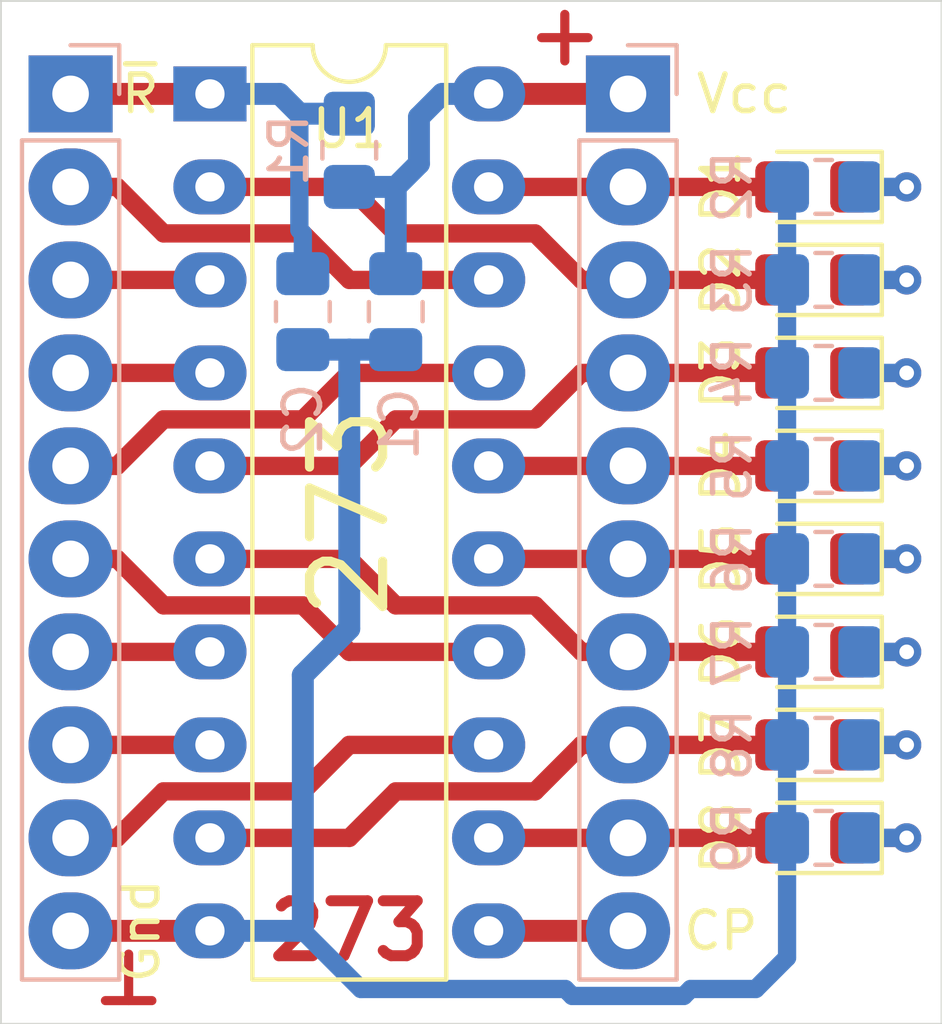
<source format=kicad_pcb>
(kicad_pcb (version 20171130) (host pcbnew "(5.1.8)-1")

  (general
    (thickness 1.6)
    (drawings 10)
    (tracks 123)
    (zones 0)
    (modules 22)
    (nets 29)
  )

  (page A4 portrait)
  (layers
    (0 F.Cu signal)
    (31 B.Cu signal)
    (32 B.Adhes user)
    (33 F.Adhes user)
    (34 B.Paste user)
    (35 F.Paste user)
    (36 B.SilkS user)
    (37 F.SilkS user)
    (38 B.Mask user)
    (39 F.Mask user)
    (40 Dwgs.User user)
    (41 Cmts.User user)
    (42 Eco1.User user)
    (43 Eco2.User user)
    (44 Edge.Cuts user)
    (45 Margin user)
    (46 B.CrtYd user)
    (47 F.CrtYd user)
    (48 B.Fab user)
    (49 F.Fab user)
  )

  (setup
    (last_trace_width 0.25)
    (user_trace_width 0.5)
    (user_trace_width 0.6)
    (trace_clearance 0.2)
    (zone_clearance 0.508)
    (zone_45_only no)
    (trace_min 0.2)
    (via_size 0.8)
    (via_drill 0.4)
    (via_min_size 0.4)
    (via_min_drill 0.3)
    (uvia_size 0.3)
    (uvia_drill 0.1)
    (uvias_allowed no)
    (uvia_min_size 0.2)
    (uvia_min_drill 0.1)
    (edge_width 0.05)
    (segment_width 0.2)
    (pcb_text_width 0.3)
    (pcb_text_size 1.5 1.5)
    (mod_edge_width 0.12)
    (mod_text_size 1 1)
    (mod_text_width 0.15)
    (pad_size 1.524 1.524)
    (pad_drill 0.762)
    (pad_to_mask_clearance 0)
    (aux_axis_origin 0 0)
    (visible_elements 7FFFFFFF)
    (pcbplotparams
      (layerselection 0x010f0_ffffffff)
      (usegerberextensions false)
      (usegerberattributes true)
      (usegerberadvancedattributes true)
      (creategerberjobfile false)
      (excludeedgelayer true)
      (linewidth 0.100000)
      (plotframeref false)
      (viasonmask false)
      (mode 1)
      (useauxorigin false)
      (hpglpennumber 1)
      (hpglpenspeed 20)
      (hpglpendiameter 15.000000)
      (psnegative false)
      (psa4output false)
      (plotreference true)
      (plotvalue true)
      (plotinvisibletext false)
      (padsonsilk false)
      (subtractmaskfromsilk false)
      (outputformat 1)
      (mirror false)
      (drillshape 0)
      (scaleselection 1)
      (outputdirectory "gerber/"))
  )

  (net 0 "")
  (net 1 /~MR)
  (net 2 /D0)
  (net 3 /D1)
  (net 4 /D2)
  (net 5 /D3)
  (net 6 /D4)
  (net 7 /D5)
  (net 8 /D6)
  (net 9 /D7)
  (net 10 /GND)
  (net 11 /CP)
  (net 12 /Q7)
  (net 13 /Q6)
  (net 14 /Q5)
  (net 15 /Q4)
  (net 16 /Q3)
  (net 17 /Q2)
  (net 18 /Q1)
  (net 19 /Q0)
  (net 20 /VCC)
  (net 21 "Net-(D1-Pad1)")
  (net 22 "Net-(D2-Pad1)")
  (net 23 "Net-(D3-Pad1)")
  (net 24 "Net-(D4-Pad1)")
  (net 25 "Net-(D5-Pad1)")
  (net 26 "Net-(D6-Pad1)")
  (net 27 "Net-(D7-Pad1)")
  (net 28 "Net-(D8-Pad1)")

  (net_class Default "This is the default net class."
    (clearance 0.2)
    (trace_width 0.25)
    (via_dia 0.8)
    (via_drill 0.4)
    (uvia_dia 0.3)
    (uvia_drill 0.1)
    (add_net /CP)
    (add_net /D0)
    (add_net /D1)
    (add_net /D2)
    (add_net /D3)
    (add_net /D4)
    (add_net /D5)
    (add_net /D6)
    (add_net /D7)
    (add_net /GND)
    (add_net /Q0)
    (add_net /Q1)
    (add_net /Q2)
    (add_net /Q3)
    (add_net /Q4)
    (add_net /Q5)
    (add_net /Q6)
    (add_net /Q7)
    (add_net /VCC)
    (add_net /~MR)
    (add_net "Net-(D1-Pad1)")
    (add_net "Net-(D2-Pad1)")
    (add_net "Net-(D3-Pad1)")
    (add_net "Net-(D4-Pad1)")
    (add_net "Net-(D5-Pad1)")
    (add_net "Net-(D6-Pad1)")
    (add_net "Net-(D7-Pad1)")
    (add_net "Net-(D8-Pad1)")
  )

  (module Resistor_SMD:R_0805_2012Metric_Pad1.20x1.40mm_HandSolder (layer B.Cu) (tedit 5F68FEEE) (tstamp 63BF9209)
    (at 92.98 53.34)
    (descr "Resistor SMD 0805 (2012 Metric), square (rectangular) end terminal, IPC_7351 nominal with elongated pad for handsoldering. (Body size source: IPC-SM-782 page 72, https://www.pcb-3d.com/wordpress/wp-content/uploads/ipc-sm-782a_amendment_1_and_2.pdf), generated with kicad-footprint-generator")
    (tags "resistor handsolder")
    (path /63C0DA66)
    (attr smd)
    (fp_text reference R9 (at -2.4925 0 90) (layer B.SilkS)
      (effects (font (size 1 1) (thickness 0.15)) (justify mirror))
    )
    (fp_text value 1k (at 0 -1.65) (layer B.Fab)
      (effects (font (size 1 1) (thickness 0.15)) (justify mirror))
    )
    (fp_line (start 1.85 -0.95) (end -1.85 -0.95) (layer B.CrtYd) (width 0.05))
    (fp_line (start 1.85 0.95) (end 1.85 -0.95) (layer B.CrtYd) (width 0.05))
    (fp_line (start -1.85 0.95) (end 1.85 0.95) (layer B.CrtYd) (width 0.05))
    (fp_line (start -1.85 -0.95) (end -1.85 0.95) (layer B.CrtYd) (width 0.05))
    (fp_line (start -0.227064 -0.735) (end 0.227064 -0.735) (layer B.SilkS) (width 0.12))
    (fp_line (start -0.227064 0.735) (end 0.227064 0.735) (layer B.SilkS) (width 0.12))
    (fp_line (start 1 -0.625) (end -1 -0.625) (layer B.Fab) (width 0.1))
    (fp_line (start 1 0.625) (end 1 -0.625) (layer B.Fab) (width 0.1))
    (fp_line (start -1 0.625) (end 1 0.625) (layer B.Fab) (width 0.1))
    (fp_line (start -1 -0.625) (end -1 0.625) (layer B.Fab) (width 0.1))
    (fp_text user %R (at 0 0) (layer B.Fab)
      (effects (font (size 0.5 0.5) (thickness 0.08)) (justify mirror))
    )
    (pad 2 smd roundrect (at 1 0) (size 1.2 1.4) (layers B.Cu B.Paste B.Mask) (roundrect_rratio 0.2083325)
      (net 28 "Net-(D8-Pad1)"))
    (pad 1 smd roundrect (at -1 0) (size 1.2 1.4) (layers B.Cu B.Paste B.Mask) (roundrect_rratio 0.2083325)
      (net 10 /GND))
    (model ${KISYS3DMOD}/Resistor_SMD.3dshapes/R_0805_2012Metric.wrl
      (at (xyz 0 0 0))
      (scale (xyz 1 1 1))
      (rotate (xyz 0 0 0))
    )
  )

  (module Resistor_SMD:R_0805_2012Metric_Pad1.20x1.40mm_HandSolder (layer B.Cu) (tedit 5F68FEEE) (tstamp 63BF91F8)
    (at 92.98 50.8)
    (descr "Resistor SMD 0805 (2012 Metric), square (rectangular) end terminal, IPC_7351 nominal with elongated pad for handsoldering. (Body size source: IPC-SM-782 page 72, https://www.pcb-3d.com/wordpress/wp-content/uploads/ipc-sm-782a_amendment_1_and_2.pdf), generated with kicad-footprint-generator")
    (tags "resistor handsolder")
    (path /63C0D0C9)
    (attr smd)
    (fp_text reference R8 (at -2.4925 0 90) (layer B.SilkS)
      (effects (font (size 1 1) (thickness 0.15)) (justify mirror))
    )
    (fp_text value 1k (at 0 -1.65) (layer B.Fab)
      (effects (font (size 1 1) (thickness 0.15)) (justify mirror))
    )
    (fp_line (start 1.85 -0.95) (end -1.85 -0.95) (layer B.CrtYd) (width 0.05))
    (fp_line (start 1.85 0.95) (end 1.85 -0.95) (layer B.CrtYd) (width 0.05))
    (fp_line (start -1.85 0.95) (end 1.85 0.95) (layer B.CrtYd) (width 0.05))
    (fp_line (start -1.85 -0.95) (end -1.85 0.95) (layer B.CrtYd) (width 0.05))
    (fp_line (start -0.227064 -0.735) (end 0.227064 -0.735) (layer B.SilkS) (width 0.12))
    (fp_line (start -0.227064 0.735) (end 0.227064 0.735) (layer B.SilkS) (width 0.12))
    (fp_line (start 1 -0.625) (end -1 -0.625) (layer B.Fab) (width 0.1))
    (fp_line (start 1 0.625) (end 1 -0.625) (layer B.Fab) (width 0.1))
    (fp_line (start -1 0.625) (end 1 0.625) (layer B.Fab) (width 0.1))
    (fp_line (start -1 -0.625) (end -1 0.625) (layer B.Fab) (width 0.1))
    (fp_text user %R (at 0 0) (layer B.Fab)
      (effects (font (size 0.5 0.5) (thickness 0.08)) (justify mirror))
    )
    (pad 2 smd roundrect (at 1 0) (size 1.2 1.4) (layers B.Cu B.Paste B.Mask) (roundrect_rratio 0.2083325)
      (net 27 "Net-(D7-Pad1)"))
    (pad 1 smd roundrect (at -1 0) (size 1.2 1.4) (layers B.Cu B.Paste B.Mask) (roundrect_rratio 0.2083325)
      (net 10 /GND))
    (model ${KISYS3DMOD}/Resistor_SMD.3dshapes/R_0805_2012Metric.wrl
      (at (xyz 0 0 0))
      (scale (xyz 1 1 1))
      (rotate (xyz 0 0 0))
    )
  )

  (module Resistor_SMD:R_0805_2012Metric_Pad1.20x1.40mm_HandSolder (layer B.Cu) (tedit 5F68FEEE) (tstamp 63BF91E7)
    (at 92.98 48.26)
    (descr "Resistor SMD 0805 (2012 Metric), square (rectangular) end terminal, IPC_7351 nominal with elongated pad for handsoldering. (Body size source: IPC-SM-782 page 72, https://www.pcb-3d.com/wordpress/wp-content/uploads/ipc-sm-782a_amendment_1_and_2.pdf), generated with kicad-footprint-generator")
    (tags "resistor handsolder")
    (path /63C0C1F2)
    (attr smd)
    (fp_text reference R7 (at -2.4925 0 90) (layer B.SilkS)
      (effects (font (size 1 1) (thickness 0.15)) (justify mirror))
    )
    (fp_text value 1k (at 0 -1.65) (layer B.Fab)
      (effects (font (size 1 1) (thickness 0.15)) (justify mirror))
    )
    (fp_line (start 1.85 -0.95) (end -1.85 -0.95) (layer B.CrtYd) (width 0.05))
    (fp_line (start 1.85 0.95) (end 1.85 -0.95) (layer B.CrtYd) (width 0.05))
    (fp_line (start -1.85 0.95) (end 1.85 0.95) (layer B.CrtYd) (width 0.05))
    (fp_line (start -1.85 -0.95) (end -1.85 0.95) (layer B.CrtYd) (width 0.05))
    (fp_line (start -0.227064 -0.735) (end 0.227064 -0.735) (layer B.SilkS) (width 0.12))
    (fp_line (start -0.227064 0.735) (end 0.227064 0.735) (layer B.SilkS) (width 0.12))
    (fp_line (start 1 -0.625) (end -1 -0.625) (layer B.Fab) (width 0.1))
    (fp_line (start 1 0.625) (end 1 -0.625) (layer B.Fab) (width 0.1))
    (fp_line (start -1 0.625) (end 1 0.625) (layer B.Fab) (width 0.1))
    (fp_line (start -1 -0.625) (end -1 0.625) (layer B.Fab) (width 0.1))
    (fp_text user %R (at 0 0) (layer B.Fab)
      (effects (font (size 0.5 0.5) (thickness 0.08)) (justify mirror))
    )
    (pad 2 smd roundrect (at 1 0) (size 1.2 1.4) (layers B.Cu B.Paste B.Mask) (roundrect_rratio 0.2083325)
      (net 26 "Net-(D6-Pad1)"))
    (pad 1 smd roundrect (at -1 0) (size 1.2 1.4) (layers B.Cu B.Paste B.Mask) (roundrect_rratio 0.2083325)
      (net 10 /GND))
    (model ${KISYS3DMOD}/Resistor_SMD.3dshapes/R_0805_2012Metric.wrl
      (at (xyz 0 0 0))
      (scale (xyz 1 1 1))
      (rotate (xyz 0 0 0))
    )
  )

  (module Resistor_SMD:R_0805_2012Metric_Pad1.20x1.40mm_HandSolder (layer B.Cu) (tedit 5F68FEEE) (tstamp 63BF91D6)
    (at 92.98 45.72)
    (descr "Resistor SMD 0805 (2012 Metric), square (rectangular) end terminal, IPC_7351 nominal with elongated pad for handsoldering. (Body size source: IPC-SM-782 page 72, https://www.pcb-3d.com/wordpress/wp-content/uploads/ipc-sm-782a_amendment_1_and_2.pdf), generated with kicad-footprint-generator")
    (tags "resistor handsolder")
    (path /63C0B670)
    (attr smd)
    (fp_text reference R6 (at -2.4925 0 90) (layer B.SilkS)
      (effects (font (size 1 1) (thickness 0.15)) (justify mirror))
    )
    (fp_text value 1k (at 0 -1.65) (layer B.Fab)
      (effects (font (size 1 1) (thickness 0.15)) (justify mirror))
    )
    (fp_line (start 1.85 -0.95) (end -1.85 -0.95) (layer B.CrtYd) (width 0.05))
    (fp_line (start 1.85 0.95) (end 1.85 -0.95) (layer B.CrtYd) (width 0.05))
    (fp_line (start -1.85 0.95) (end 1.85 0.95) (layer B.CrtYd) (width 0.05))
    (fp_line (start -1.85 -0.95) (end -1.85 0.95) (layer B.CrtYd) (width 0.05))
    (fp_line (start -0.227064 -0.735) (end 0.227064 -0.735) (layer B.SilkS) (width 0.12))
    (fp_line (start -0.227064 0.735) (end 0.227064 0.735) (layer B.SilkS) (width 0.12))
    (fp_line (start 1 -0.625) (end -1 -0.625) (layer B.Fab) (width 0.1))
    (fp_line (start 1 0.625) (end 1 -0.625) (layer B.Fab) (width 0.1))
    (fp_line (start -1 0.625) (end 1 0.625) (layer B.Fab) (width 0.1))
    (fp_line (start -1 -0.625) (end -1 0.625) (layer B.Fab) (width 0.1))
    (fp_text user %R (at 0 0) (layer B.Fab)
      (effects (font (size 0.5 0.5) (thickness 0.08)) (justify mirror))
    )
    (pad 2 smd roundrect (at 1 0) (size 1.2 1.4) (layers B.Cu B.Paste B.Mask) (roundrect_rratio 0.2083325)
      (net 25 "Net-(D5-Pad1)"))
    (pad 1 smd roundrect (at -1 0) (size 1.2 1.4) (layers B.Cu B.Paste B.Mask) (roundrect_rratio 0.2083325)
      (net 10 /GND))
    (model ${KISYS3DMOD}/Resistor_SMD.3dshapes/R_0805_2012Metric.wrl
      (at (xyz 0 0 0))
      (scale (xyz 1 1 1))
      (rotate (xyz 0 0 0))
    )
  )

  (module Resistor_SMD:R_0805_2012Metric_Pad1.20x1.40mm_HandSolder (layer B.Cu) (tedit 5F68FEEE) (tstamp 63BF91C5)
    (at 92.98 43.18)
    (descr "Resistor SMD 0805 (2012 Metric), square (rectangular) end terminal, IPC_7351 nominal with elongated pad for handsoldering. (Body size source: IPC-SM-782 page 72, https://www.pcb-3d.com/wordpress/wp-content/uploads/ipc-sm-782a_amendment_1_and_2.pdf), generated with kicad-footprint-generator")
    (tags "resistor handsolder")
    (path /63C0AB70)
    (attr smd)
    (fp_text reference R5 (at -2.4925 0 90) (layer B.SilkS)
      (effects (font (size 1 1) (thickness 0.15)) (justify mirror))
    )
    (fp_text value 1k (at 0 -1.65) (layer B.Fab)
      (effects (font (size 1 1) (thickness 0.15)) (justify mirror))
    )
    (fp_line (start 1.85 -0.95) (end -1.85 -0.95) (layer B.CrtYd) (width 0.05))
    (fp_line (start 1.85 0.95) (end 1.85 -0.95) (layer B.CrtYd) (width 0.05))
    (fp_line (start -1.85 0.95) (end 1.85 0.95) (layer B.CrtYd) (width 0.05))
    (fp_line (start -1.85 -0.95) (end -1.85 0.95) (layer B.CrtYd) (width 0.05))
    (fp_line (start -0.227064 -0.735) (end 0.227064 -0.735) (layer B.SilkS) (width 0.12))
    (fp_line (start -0.227064 0.735) (end 0.227064 0.735) (layer B.SilkS) (width 0.12))
    (fp_line (start 1 -0.625) (end -1 -0.625) (layer B.Fab) (width 0.1))
    (fp_line (start 1 0.625) (end 1 -0.625) (layer B.Fab) (width 0.1))
    (fp_line (start -1 0.625) (end 1 0.625) (layer B.Fab) (width 0.1))
    (fp_line (start -1 -0.625) (end -1 0.625) (layer B.Fab) (width 0.1))
    (fp_text user %R (at 0 0) (layer B.Fab)
      (effects (font (size 0.5 0.5) (thickness 0.08)) (justify mirror))
    )
    (pad 2 smd roundrect (at 1 0) (size 1.2 1.4) (layers B.Cu B.Paste B.Mask) (roundrect_rratio 0.2083325)
      (net 24 "Net-(D4-Pad1)"))
    (pad 1 smd roundrect (at -1 0) (size 1.2 1.4) (layers B.Cu B.Paste B.Mask) (roundrect_rratio 0.2083325)
      (net 10 /GND))
    (model ${KISYS3DMOD}/Resistor_SMD.3dshapes/R_0805_2012Metric.wrl
      (at (xyz 0 0 0))
      (scale (xyz 1 1 1))
      (rotate (xyz 0 0 0))
    )
  )

  (module Resistor_SMD:R_0805_2012Metric_Pad1.20x1.40mm_HandSolder (layer B.Cu) (tedit 5F68FEEE) (tstamp 63BF91B4)
    (at 92.98 40.64)
    (descr "Resistor SMD 0805 (2012 Metric), square (rectangular) end terminal, IPC_7351 nominal with elongated pad for handsoldering. (Body size source: IPC-SM-782 page 72, https://www.pcb-3d.com/wordpress/wp-content/uploads/ipc-sm-782a_amendment_1_and_2.pdf), generated with kicad-footprint-generator")
    (tags "resistor handsolder")
    (path /63C09EE2)
    (attr smd)
    (fp_text reference R4 (at -2.4925 0 90) (layer B.SilkS)
      (effects (font (size 1 1) (thickness 0.15)) (justify mirror))
    )
    (fp_text value 1k (at 0 -1.65) (layer B.Fab)
      (effects (font (size 1 1) (thickness 0.15)) (justify mirror))
    )
    (fp_line (start 1.85 -0.95) (end -1.85 -0.95) (layer B.CrtYd) (width 0.05))
    (fp_line (start 1.85 0.95) (end 1.85 -0.95) (layer B.CrtYd) (width 0.05))
    (fp_line (start -1.85 0.95) (end 1.85 0.95) (layer B.CrtYd) (width 0.05))
    (fp_line (start -1.85 -0.95) (end -1.85 0.95) (layer B.CrtYd) (width 0.05))
    (fp_line (start -0.227064 -0.735) (end 0.227064 -0.735) (layer B.SilkS) (width 0.12))
    (fp_line (start -0.227064 0.735) (end 0.227064 0.735) (layer B.SilkS) (width 0.12))
    (fp_line (start 1 -0.625) (end -1 -0.625) (layer B.Fab) (width 0.1))
    (fp_line (start 1 0.625) (end 1 -0.625) (layer B.Fab) (width 0.1))
    (fp_line (start -1 0.625) (end 1 0.625) (layer B.Fab) (width 0.1))
    (fp_line (start -1 -0.625) (end -1 0.625) (layer B.Fab) (width 0.1))
    (fp_text user %R (at 0 0) (layer B.Fab)
      (effects (font (size 0.5 0.5) (thickness 0.08)) (justify mirror))
    )
    (pad 2 smd roundrect (at 1 0) (size 1.2 1.4) (layers B.Cu B.Paste B.Mask) (roundrect_rratio 0.2083325)
      (net 23 "Net-(D3-Pad1)"))
    (pad 1 smd roundrect (at -1 0) (size 1.2 1.4) (layers B.Cu B.Paste B.Mask) (roundrect_rratio 0.2083325)
      (net 10 /GND))
    (model ${KISYS3DMOD}/Resistor_SMD.3dshapes/R_0805_2012Metric.wrl
      (at (xyz 0 0 0))
      (scale (xyz 1 1 1))
      (rotate (xyz 0 0 0))
    )
  )

  (module Resistor_SMD:R_0805_2012Metric_Pad1.20x1.40mm_HandSolder (layer B.Cu) (tedit 5F68FEEE) (tstamp 63BF91A3)
    (at 92.98 38.1)
    (descr "Resistor SMD 0805 (2012 Metric), square (rectangular) end terminal, IPC_7351 nominal with elongated pad for handsoldering. (Body size source: IPC-SM-782 page 72, https://www.pcb-3d.com/wordpress/wp-content/uploads/ipc-sm-782a_amendment_1_and_2.pdf), generated with kicad-footprint-generator")
    (tags "resistor handsolder")
    (path /63C09391)
    (attr smd)
    (fp_text reference R3 (at -2.4925 0 90) (layer B.SilkS)
      (effects (font (size 1 1) (thickness 0.15)) (justify mirror))
    )
    (fp_text value 1k (at 0 -1.65) (layer B.Fab)
      (effects (font (size 1 1) (thickness 0.15)) (justify mirror))
    )
    (fp_line (start 1.85 -0.95) (end -1.85 -0.95) (layer B.CrtYd) (width 0.05))
    (fp_line (start 1.85 0.95) (end 1.85 -0.95) (layer B.CrtYd) (width 0.05))
    (fp_line (start -1.85 0.95) (end 1.85 0.95) (layer B.CrtYd) (width 0.05))
    (fp_line (start -1.85 -0.95) (end -1.85 0.95) (layer B.CrtYd) (width 0.05))
    (fp_line (start -0.227064 -0.735) (end 0.227064 -0.735) (layer B.SilkS) (width 0.12))
    (fp_line (start -0.227064 0.735) (end 0.227064 0.735) (layer B.SilkS) (width 0.12))
    (fp_line (start 1 -0.625) (end -1 -0.625) (layer B.Fab) (width 0.1))
    (fp_line (start 1 0.625) (end 1 -0.625) (layer B.Fab) (width 0.1))
    (fp_line (start -1 0.625) (end 1 0.625) (layer B.Fab) (width 0.1))
    (fp_line (start -1 -0.625) (end -1 0.625) (layer B.Fab) (width 0.1))
    (fp_text user %R (at 0 0) (layer B.Fab)
      (effects (font (size 0.5 0.5) (thickness 0.08)) (justify mirror))
    )
    (pad 2 smd roundrect (at 1 0) (size 1.2 1.4) (layers B.Cu B.Paste B.Mask) (roundrect_rratio 0.2083325)
      (net 22 "Net-(D2-Pad1)"))
    (pad 1 smd roundrect (at -1 0) (size 1.2 1.4) (layers B.Cu B.Paste B.Mask) (roundrect_rratio 0.2083325)
      (net 10 /GND))
    (model ${KISYS3DMOD}/Resistor_SMD.3dshapes/R_0805_2012Metric.wrl
      (at (xyz 0 0 0))
      (scale (xyz 1 1 1))
      (rotate (xyz 0 0 0))
    )
  )

  (module Resistor_SMD:R_0805_2012Metric_Pad1.20x1.40mm_HandSolder (layer B.Cu) (tedit 5F68FEEE) (tstamp 63BF9192)
    (at 92.98 35.56)
    (descr "Resistor SMD 0805 (2012 Metric), square (rectangular) end terminal, IPC_7351 nominal with elongated pad for handsoldering. (Body size source: IPC-SM-782 page 72, https://www.pcb-3d.com/wordpress/wp-content/uploads/ipc-sm-782a_amendment_1_and_2.pdf), generated with kicad-footprint-generator")
    (tags "resistor handsolder")
    (path /63C04E1A)
    (attr smd)
    (fp_text reference R2 (at -2.4925 0 90) (layer B.SilkS)
      (effects (font (size 1 1) (thickness 0.15)) (justify mirror))
    )
    (fp_text value 1k (at 0 -1.65) (layer B.Fab)
      (effects (font (size 1 1) (thickness 0.15)) (justify mirror))
    )
    (fp_line (start 1.85 -0.95) (end -1.85 -0.95) (layer B.CrtYd) (width 0.05))
    (fp_line (start 1.85 0.95) (end 1.85 -0.95) (layer B.CrtYd) (width 0.05))
    (fp_line (start -1.85 0.95) (end 1.85 0.95) (layer B.CrtYd) (width 0.05))
    (fp_line (start -1.85 -0.95) (end -1.85 0.95) (layer B.CrtYd) (width 0.05))
    (fp_line (start -0.227064 -0.735) (end 0.227064 -0.735) (layer B.SilkS) (width 0.12))
    (fp_line (start -0.227064 0.735) (end 0.227064 0.735) (layer B.SilkS) (width 0.12))
    (fp_line (start 1 -0.625) (end -1 -0.625) (layer B.Fab) (width 0.1))
    (fp_line (start 1 0.625) (end 1 -0.625) (layer B.Fab) (width 0.1))
    (fp_line (start -1 0.625) (end 1 0.625) (layer B.Fab) (width 0.1))
    (fp_line (start -1 -0.625) (end -1 0.625) (layer B.Fab) (width 0.1))
    (fp_text user %R (at 0 0) (layer B.Fab)
      (effects (font (size 0.5 0.5) (thickness 0.08)) (justify mirror))
    )
    (pad 2 smd roundrect (at 1 0) (size 1.2 1.4) (layers B.Cu B.Paste B.Mask) (roundrect_rratio 0.2083325)
      (net 21 "Net-(D1-Pad1)"))
    (pad 1 smd roundrect (at -1 0) (size 1.2 1.4) (layers B.Cu B.Paste B.Mask) (roundrect_rratio 0.2083325)
      (net 10 /GND))
    (model ${KISYS3DMOD}/Resistor_SMD.3dshapes/R_0805_2012Metric.wrl
      (at (xyz 0 0 0))
      (scale (xyz 1 1 1))
      (rotate (xyz 0 0 0))
    )
  )

  (module LED_SMD:LED_0805_2012Metric_Pad1.15x1.40mm_HandSolder (layer F.Cu) (tedit 5F68FEF1) (tstamp 63BF90ED)
    (at 92.71 53.34 180)
    (descr "LED SMD 0805 (2012 Metric), square (rectangular) end terminal, IPC_7351 nominal, (Body size source: https://docs.google.com/spreadsheets/d/1BsfQQcO9C6DZCsRaXUlFlo91Tg2WpOkGARC1WS5S8t0/edit?usp=sharing), generated with kicad-footprint-generator")
    (tags "LED handsolder")
    (path /63C0DA60)
    (attr smd)
    (fp_text reference D8 (at 2.54 0 90) (layer F.SilkS)
      (effects (font (size 1 1) (thickness 0.15)))
    )
    (fp_text value LED (at 0 1.65) (layer F.Fab)
      (effects (font (size 1 1) (thickness 0.15)))
    )
    (fp_line (start 1.85 0.95) (end -1.85 0.95) (layer F.CrtYd) (width 0.05))
    (fp_line (start 1.85 -0.95) (end 1.85 0.95) (layer F.CrtYd) (width 0.05))
    (fp_line (start -1.85 -0.95) (end 1.85 -0.95) (layer F.CrtYd) (width 0.05))
    (fp_line (start -1.85 0.95) (end -1.85 -0.95) (layer F.CrtYd) (width 0.05))
    (fp_line (start -1.86 0.96) (end 1 0.96) (layer F.SilkS) (width 0.12))
    (fp_line (start -1.86 -0.96) (end -1.86 0.96) (layer F.SilkS) (width 0.12))
    (fp_line (start 1 -0.96) (end -1.86 -0.96) (layer F.SilkS) (width 0.12))
    (fp_line (start 1 0.6) (end 1 -0.6) (layer F.Fab) (width 0.1))
    (fp_line (start -1 0.6) (end 1 0.6) (layer F.Fab) (width 0.1))
    (fp_line (start -1 -0.3) (end -1 0.6) (layer F.Fab) (width 0.1))
    (fp_line (start -0.7 -0.6) (end -1 -0.3) (layer F.Fab) (width 0.1))
    (fp_line (start 1 -0.6) (end -0.7 -0.6) (layer F.Fab) (width 0.1))
    (fp_text user %R (at 0 0) (layer F.Fab)
      (effects (font (size 0.5 0.5) (thickness 0.08)))
    )
    (pad 2 smd roundrect (at 1.025 0 180) (size 1.15 1.4) (layers F.Cu F.Paste F.Mask) (roundrect_rratio 0.2173904347826087)
      (net 12 /Q7))
    (pad 1 smd roundrect (at -1.025 0 180) (size 1.15 1.4) (layers F.Cu F.Paste F.Mask) (roundrect_rratio 0.2173904347826087)
      (net 28 "Net-(D8-Pad1)"))
    (model ${KISYS3DMOD}/LED_SMD.3dshapes/LED_0805_2012Metric.wrl
      (at (xyz 0 0 0))
      (scale (xyz 1 1 1))
      (rotate (xyz 0 0 0))
    )
  )

  (module LED_SMD:LED_0805_2012Metric_Pad1.15x1.40mm_HandSolder (layer F.Cu) (tedit 5F68FEF1) (tstamp 63BF90DA)
    (at 92.71 50.8 180)
    (descr "LED SMD 0805 (2012 Metric), square (rectangular) end terminal, IPC_7351 nominal, (Body size source: https://docs.google.com/spreadsheets/d/1BsfQQcO9C6DZCsRaXUlFlo91Tg2WpOkGARC1WS5S8t0/edit?usp=sharing), generated with kicad-footprint-generator")
    (tags "LED handsolder")
    (path /63C0D0C3)
    (attr smd)
    (fp_text reference D7 (at 2.54 0 90) (layer F.SilkS)
      (effects (font (size 1 1) (thickness 0.15)))
    )
    (fp_text value LED (at 0 1.65) (layer F.Fab)
      (effects (font (size 1 1) (thickness 0.15)))
    )
    (fp_line (start 1.85 0.95) (end -1.85 0.95) (layer F.CrtYd) (width 0.05))
    (fp_line (start 1.85 -0.95) (end 1.85 0.95) (layer F.CrtYd) (width 0.05))
    (fp_line (start -1.85 -0.95) (end 1.85 -0.95) (layer F.CrtYd) (width 0.05))
    (fp_line (start -1.85 0.95) (end -1.85 -0.95) (layer F.CrtYd) (width 0.05))
    (fp_line (start -1.86 0.96) (end 1 0.96) (layer F.SilkS) (width 0.12))
    (fp_line (start -1.86 -0.96) (end -1.86 0.96) (layer F.SilkS) (width 0.12))
    (fp_line (start 1 -0.96) (end -1.86 -0.96) (layer F.SilkS) (width 0.12))
    (fp_line (start 1 0.6) (end 1 -0.6) (layer F.Fab) (width 0.1))
    (fp_line (start -1 0.6) (end 1 0.6) (layer F.Fab) (width 0.1))
    (fp_line (start -1 -0.3) (end -1 0.6) (layer F.Fab) (width 0.1))
    (fp_line (start -0.7 -0.6) (end -1 -0.3) (layer F.Fab) (width 0.1))
    (fp_line (start 1 -0.6) (end -0.7 -0.6) (layer F.Fab) (width 0.1))
    (fp_text user %R (at 0 0) (layer F.Fab)
      (effects (font (size 0.5 0.5) (thickness 0.08)))
    )
    (pad 2 smd roundrect (at 1.025 0 180) (size 1.15 1.4) (layers F.Cu F.Paste F.Mask) (roundrect_rratio 0.2173904347826087)
      (net 13 /Q6))
    (pad 1 smd roundrect (at -1.025 0 180) (size 1.15 1.4) (layers F.Cu F.Paste F.Mask) (roundrect_rratio 0.2173904347826087)
      (net 27 "Net-(D7-Pad1)"))
    (model ${KISYS3DMOD}/LED_SMD.3dshapes/LED_0805_2012Metric.wrl
      (at (xyz 0 0 0))
      (scale (xyz 1 1 1))
      (rotate (xyz 0 0 0))
    )
  )

  (module LED_SMD:LED_0805_2012Metric_Pad1.15x1.40mm_HandSolder (layer F.Cu) (tedit 5F68FEF1) (tstamp 63BF90C7)
    (at 92.71 48.26 180)
    (descr "LED SMD 0805 (2012 Metric), square (rectangular) end terminal, IPC_7351 nominal, (Body size source: https://docs.google.com/spreadsheets/d/1BsfQQcO9C6DZCsRaXUlFlo91Tg2WpOkGARC1WS5S8t0/edit?usp=sharing), generated with kicad-footprint-generator")
    (tags "LED handsolder")
    (path /63C0C1EC)
    (attr smd)
    (fp_text reference D6 (at 2.54 0 90) (layer F.SilkS)
      (effects (font (size 1 1) (thickness 0.15)))
    )
    (fp_text value LED (at 0 1.65) (layer F.Fab)
      (effects (font (size 1 1) (thickness 0.15)))
    )
    (fp_line (start 1.85 0.95) (end -1.85 0.95) (layer F.CrtYd) (width 0.05))
    (fp_line (start 1.85 -0.95) (end 1.85 0.95) (layer F.CrtYd) (width 0.05))
    (fp_line (start -1.85 -0.95) (end 1.85 -0.95) (layer F.CrtYd) (width 0.05))
    (fp_line (start -1.85 0.95) (end -1.85 -0.95) (layer F.CrtYd) (width 0.05))
    (fp_line (start -1.86 0.96) (end 1 0.96) (layer F.SilkS) (width 0.12))
    (fp_line (start -1.86 -0.96) (end -1.86 0.96) (layer F.SilkS) (width 0.12))
    (fp_line (start 1 -0.96) (end -1.86 -0.96) (layer F.SilkS) (width 0.12))
    (fp_line (start 1 0.6) (end 1 -0.6) (layer F.Fab) (width 0.1))
    (fp_line (start -1 0.6) (end 1 0.6) (layer F.Fab) (width 0.1))
    (fp_line (start -1 -0.3) (end -1 0.6) (layer F.Fab) (width 0.1))
    (fp_line (start -0.7 -0.6) (end -1 -0.3) (layer F.Fab) (width 0.1))
    (fp_line (start 1 -0.6) (end -0.7 -0.6) (layer F.Fab) (width 0.1))
    (fp_text user %R (at 0 0) (layer F.Fab)
      (effects (font (size 0.5 0.5) (thickness 0.08)))
    )
    (pad 2 smd roundrect (at 1.025 0 180) (size 1.15 1.4) (layers F.Cu F.Paste F.Mask) (roundrect_rratio 0.2173904347826087)
      (net 14 /Q5))
    (pad 1 smd roundrect (at -1.025 0 180) (size 1.15 1.4) (layers F.Cu F.Paste F.Mask) (roundrect_rratio 0.2173904347826087)
      (net 26 "Net-(D6-Pad1)"))
    (model ${KISYS3DMOD}/LED_SMD.3dshapes/LED_0805_2012Metric.wrl
      (at (xyz 0 0 0))
      (scale (xyz 1 1 1))
      (rotate (xyz 0 0 0))
    )
  )

  (module LED_SMD:LED_0805_2012Metric_Pad1.15x1.40mm_HandSolder (layer F.Cu) (tedit 5F68FEF1) (tstamp 63BF90B4)
    (at 92.71 45.72 180)
    (descr "LED SMD 0805 (2012 Metric), square (rectangular) end terminal, IPC_7351 nominal, (Body size source: https://docs.google.com/spreadsheets/d/1BsfQQcO9C6DZCsRaXUlFlo91Tg2WpOkGARC1WS5S8t0/edit?usp=sharing), generated with kicad-footprint-generator")
    (tags "LED handsolder")
    (path /63C0B66A)
    (attr smd)
    (fp_text reference D5 (at 2.54 0 90) (layer F.SilkS)
      (effects (font (size 1 1) (thickness 0.15)))
    )
    (fp_text value LED (at 0 1.65) (layer F.Fab)
      (effects (font (size 1 1) (thickness 0.15)))
    )
    (fp_line (start 1.85 0.95) (end -1.85 0.95) (layer F.CrtYd) (width 0.05))
    (fp_line (start 1.85 -0.95) (end 1.85 0.95) (layer F.CrtYd) (width 0.05))
    (fp_line (start -1.85 -0.95) (end 1.85 -0.95) (layer F.CrtYd) (width 0.05))
    (fp_line (start -1.85 0.95) (end -1.85 -0.95) (layer F.CrtYd) (width 0.05))
    (fp_line (start -1.86 0.96) (end 1 0.96) (layer F.SilkS) (width 0.12))
    (fp_line (start -1.86 -0.96) (end -1.86 0.96) (layer F.SilkS) (width 0.12))
    (fp_line (start 1 -0.96) (end -1.86 -0.96) (layer F.SilkS) (width 0.12))
    (fp_line (start 1 0.6) (end 1 -0.6) (layer F.Fab) (width 0.1))
    (fp_line (start -1 0.6) (end 1 0.6) (layer F.Fab) (width 0.1))
    (fp_line (start -1 -0.3) (end -1 0.6) (layer F.Fab) (width 0.1))
    (fp_line (start -0.7 -0.6) (end -1 -0.3) (layer F.Fab) (width 0.1))
    (fp_line (start 1 -0.6) (end -0.7 -0.6) (layer F.Fab) (width 0.1))
    (fp_text user %R (at 0 0) (layer F.Fab)
      (effects (font (size 0.5 0.5) (thickness 0.08)))
    )
    (pad 2 smd roundrect (at 1.025 0 180) (size 1.15 1.4) (layers F.Cu F.Paste F.Mask) (roundrect_rratio 0.2173904347826087)
      (net 15 /Q4))
    (pad 1 smd roundrect (at -1.025 0 180) (size 1.15 1.4) (layers F.Cu F.Paste F.Mask) (roundrect_rratio 0.2173904347826087)
      (net 25 "Net-(D5-Pad1)"))
    (model ${KISYS3DMOD}/LED_SMD.3dshapes/LED_0805_2012Metric.wrl
      (at (xyz 0 0 0))
      (scale (xyz 1 1 1))
      (rotate (xyz 0 0 0))
    )
  )

  (module LED_SMD:LED_0805_2012Metric_Pad1.15x1.40mm_HandSolder (layer F.Cu) (tedit 5F68FEF1) (tstamp 63BF90A1)
    (at 92.71 43.18 180)
    (descr "LED SMD 0805 (2012 Metric), square (rectangular) end terminal, IPC_7351 nominal, (Body size source: https://docs.google.com/spreadsheets/d/1BsfQQcO9C6DZCsRaXUlFlo91Tg2WpOkGARC1WS5S8t0/edit?usp=sharing), generated with kicad-footprint-generator")
    (tags "LED handsolder")
    (path /63C0AB6A)
    (attr smd)
    (fp_text reference D4 (at 2.54 0 90) (layer F.SilkS)
      (effects (font (size 1 1) (thickness 0.15)))
    )
    (fp_text value LED (at 0 1.65) (layer F.Fab)
      (effects (font (size 1 1) (thickness 0.15)))
    )
    (fp_line (start 1.85 0.95) (end -1.85 0.95) (layer F.CrtYd) (width 0.05))
    (fp_line (start 1.85 -0.95) (end 1.85 0.95) (layer F.CrtYd) (width 0.05))
    (fp_line (start -1.85 -0.95) (end 1.85 -0.95) (layer F.CrtYd) (width 0.05))
    (fp_line (start -1.85 0.95) (end -1.85 -0.95) (layer F.CrtYd) (width 0.05))
    (fp_line (start -1.86 0.96) (end 1 0.96) (layer F.SilkS) (width 0.12))
    (fp_line (start -1.86 -0.96) (end -1.86 0.96) (layer F.SilkS) (width 0.12))
    (fp_line (start 1 -0.96) (end -1.86 -0.96) (layer F.SilkS) (width 0.12))
    (fp_line (start 1 0.6) (end 1 -0.6) (layer F.Fab) (width 0.1))
    (fp_line (start -1 0.6) (end 1 0.6) (layer F.Fab) (width 0.1))
    (fp_line (start -1 -0.3) (end -1 0.6) (layer F.Fab) (width 0.1))
    (fp_line (start -0.7 -0.6) (end -1 -0.3) (layer F.Fab) (width 0.1))
    (fp_line (start 1 -0.6) (end -0.7 -0.6) (layer F.Fab) (width 0.1))
    (fp_text user %R (at 0 0) (layer F.Fab)
      (effects (font (size 0.5 0.5) (thickness 0.08)))
    )
    (pad 2 smd roundrect (at 1.025 0 180) (size 1.15 1.4) (layers F.Cu F.Paste F.Mask) (roundrect_rratio 0.2173904347826087)
      (net 16 /Q3))
    (pad 1 smd roundrect (at -1.025 0 180) (size 1.15 1.4) (layers F.Cu F.Paste F.Mask) (roundrect_rratio 0.2173904347826087)
      (net 24 "Net-(D4-Pad1)"))
    (model ${KISYS3DMOD}/LED_SMD.3dshapes/LED_0805_2012Metric.wrl
      (at (xyz 0 0 0))
      (scale (xyz 1 1 1))
      (rotate (xyz 0 0 0))
    )
  )

  (module LED_SMD:LED_0805_2012Metric_Pad1.15x1.40mm_HandSolder (layer F.Cu) (tedit 5F68FEF1) (tstamp 63BF908E)
    (at 92.71 40.64 180)
    (descr "LED SMD 0805 (2012 Metric), square (rectangular) end terminal, IPC_7351 nominal, (Body size source: https://docs.google.com/spreadsheets/d/1BsfQQcO9C6DZCsRaXUlFlo91Tg2WpOkGARC1WS5S8t0/edit?usp=sharing), generated with kicad-footprint-generator")
    (tags "LED handsolder")
    (path /63C09EDC)
    (attr smd)
    (fp_text reference D3 (at 2.54 0 90) (layer F.SilkS)
      (effects (font (size 1 1) (thickness 0.15)))
    )
    (fp_text value LED (at 0 1.65) (layer F.Fab)
      (effects (font (size 1 1) (thickness 0.15)))
    )
    (fp_line (start 1.85 0.95) (end -1.85 0.95) (layer F.CrtYd) (width 0.05))
    (fp_line (start 1.85 -0.95) (end 1.85 0.95) (layer F.CrtYd) (width 0.05))
    (fp_line (start -1.85 -0.95) (end 1.85 -0.95) (layer F.CrtYd) (width 0.05))
    (fp_line (start -1.85 0.95) (end -1.85 -0.95) (layer F.CrtYd) (width 0.05))
    (fp_line (start -1.86 0.96) (end 1 0.96) (layer F.SilkS) (width 0.12))
    (fp_line (start -1.86 -0.96) (end -1.86 0.96) (layer F.SilkS) (width 0.12))
    (fp_line (start 1 -0.96) (end -1.86 -0.96) (layer F.SilkS) (width 0.12))
    (fp_line (start 1 0.6) (end 1 -0.6) (layer F.Fab) (width 0.1))
    (fp_line (start -1 0.6) (end 1 0.6) (layer F.Fab) (width 0.1))
    (fp_line (start -1 -0.3) (end -1 0.6) (layer F.Fab) (width 0.1))
    (fp_line (start -0.7 -0.6) (end -1 -0.3) (layer F.Fab) (width 0.1))
    (fp_line (start 1 -0.6) (end -0.7 -0.6) (layer F.Fab) (width 0.1))
    (fp_text user %R (at 0 0) (layer F.Fab)
      (effects (font (size 0.5 0.5) (thickness 0.08)))
    )
    (pad 2 smd roundrect (at 1.025 0 180) (size 1.15 1.4) (layers F.Cu F.Paste F.Mask) (roundrect_rratio 0.2173904347826087)
      (net 17 /Q2))
    (pad 1 smd roundrect (at -1.025 0 180) (size 1.15 1.4) (layers F.Cu F.Paste F.Mask) (roundrect_rratio 0.2173904347826087)
      (net 23 "Net-(D3-Pad1)"))
    (model ${KISYS3DMOD}/LED_SMD.3dshapes/LED_0805_2012Metric.wrl
      (at (xyz 0 0 0))
      (scale (xyz 1 1 1))
      (rotate (xyz 0 0 0))
    )
  )

  (module LED_SMD:LED_0805_2012Metric_Pad1.15x1.40mm_HandSolder (layer F.Cu) (tedit 5F68FEF1) (tstamp 63BF907B)
    (at 92.71 38.1 180)
    (descr "LED SMD 0805 (2012 Metric), square (rectangular) end terminal, IPC_7351 nominal, (Body size source: https://docs.google.com/spreadsheets/d/1BsfQQcO9C6DZCsRaXUlFlo91Tg2WpOkGARC1WS5S8t0/edit?usp=sharing), generated with kicad-footprint-generator")
    (tags "LED handsolder")
    (path /63C0938B)
    (attr smd)
    (fp_text reference D2 (at 2.54 0 90) (layer F.SilkS)
      (effects (font (size 1 1) (thickness 0.15)))
    )
    (fp_text value LED (at 0 1.65) (layer F.Fab)
      (effects (font (size 1 1) (thickness 0.15)))
    )
    (fp_line (start 1.85 0.95) (end -1.85 0.95) (layer F.CrtYd) (width 0.05))
    (fp_line (start 1.85 -0.95) (end 1.85 0.95) (layer F.CrtYd) (width 0.05))
    (fp_line (start -1.85 -0.95) (end 1.85 -0.95) (layer F.CrtYd) (width 0.05))
    (fp_line (start -1.85 0.95) (end -1.85 -0.95) (layer F.CrtYd) (width 0.05))
    (fp_line (start -1.86 0.96) (end 1 0.96) (layer F.SilkS) (width 0.12))
    (fp_line (start -1.86 -0.96) (end -1.86 0.96) (layer F.SilkS) (width 0.12))
    (fp_line (start 1 -0.96) (end -1.86 -0.96) (layer F.SilkS) (width 0.12))
    (fp_line (start 1 0.6) (end 1 -0.6) (layer F.Fab) (width 0.1))
    (fp_line (start -1 0.6) (end 1 0.6) (layer F.Fab) (width 0.1))
    (fp_line (start -1 -0.3) (end -1 0.6) (layer F.Fab) (width 0.1))
    (fp_line (start -0.7 -0.6) (end -1 -0.3) (layer F.Fab) (width 0.1))
    (fp_line (start 1 -0.6) (end -0.7 -0.6) (layer F.Fab) (width 0.1))
    (fp_text user %R (at 0 0) (layer F.Fab)
      (effects (font (size 0.5 0.5) (thickness 0.08)))
    )
    (pad 2 smd roundrect (at 1.025 0 180) (size 1.15 1.4) (layers F.Cu F.Paste F.Mask) (roundrect_rratio 0.2173904347826087)
      (net 18 /Q1))
    (pad 1 smd roundrect (at -1.025 0 180) (size 1.15 1.4) (layers F.Cu F.Paste F.Mask) (roundrect_rratio 0.2173904347826087)
      (net 22 "Net-(D2-Pad1)"))
    (model ${KISYS3DMOD}/LED_SMD.3dshapes/LED_0805_2012Metric.wrl
      (at (xyz 0 0 0))
      (scale (xyz 1 1 1))
      (rotate (xyz 0 0 0))
    )
  )

  (module LED_SMD:LED_0805_2012Metric_Pad1.15x1.40mm_HandSolder (layer F.Cu) (tedit 5F68FEF1) (tstamp 63BF9068)
    (at 92.71 35.56 180)
    (descr "LED SMD 0805 (2012 Metric), square (rectangular) end terminal, IPC_7351 nominal, (Body size source: https://docs.google.com/spreadsheets/d/1BsfQQcO9C6DZCsRaXUlFlo91Tg2WpOkGARC1WS5S8t0/edit?usp=sharing), generated with kicad-footprint-generator")
    (tags "LED handsolder")
    (path /63C039D3)
    (attr smd)
    (fp_text reference D1 (at 2.54 0 90) (layer F.SilkS)
      (effects (font (size 1 1) (thickness 0.15)))
    )
    (fp_text value LED (at 0 1.65) (layer F.Fab)
      (effects (font (size 1 1) (thickness 0.15)))
    )
    (fp_line (start 1.85 0.95) (end -1.85 0.95) (layer F.CrtYd) (width 0.05))
    (fp_line (start 1.85 -0.95) (end 1.85 0.95) (layer F.CrtYd) (width 0.05))
    (fp_line (start -1.85 -0.95) (end 1.85 -0.95) (layer F.CrtYd) (width 0.05))
    (fp_line (start -1.85 0.95) (end -1.85 -0.95) (layer F.CrtYd) (width 0.05))
    (fp_line (start -1.86 0.96) (end 1 0.96) (layer F.SilkS) (width 0.12))
    (fp_line (start -1.86 -0.96) (end -1.86 0.96) (layer F.SilkS) (width 0.12))
    (fp_line (start 1 -0.96) (end -1.86 -0.96) (layer F.SilkS) (width 0.12))
    (fp_line (start 1 0.6) (end 1 -0.6) (layer F.Fab) (width 0.1))
    (fp_line (start -1 0.6) (end 1 0.6) (layer F.Fab) (width 0.1))
    (fp_line (start -1 -0.3) (end -1 0.6) (layer F.Fab) (width 0.1))
    (fp_line (start -0.7 -0.6) (end -1 -0.3) (layer F.Fab) (width 0.1))
    (fp_line (start 1 -0.6) (end -0.7 -0.6) (layer F.Fab) (width 0.1))
    (fp_text user %R (at 0 0) (layer F.Fab)
      (effects (font (size 0.5 0.5) (thickness 0.08)))
    )
    (pad 2 smd roundrect (at 1.025 0 180) (size 1.15 1.4) (layers F.Cu F.Paste F.Mask) (roundrect_rratio 0.2173904347826087)
      (net 19 /Q0))
    (pad 1 smd roundrect (at -1.025 0 180) (size 1.15 1.4) (layers F.Cu F.Paste F.Mask) (roundrect_rratio 0.2173904347826087)
      (net 21 "Net-(D1-Pad1)"))
    (model ${KISYS3DMOD}/LED_SMD.3dshapes/LED_0805_2012Metric.wrl
      (at (xyz 0 0 0))
      (scale (xyz 1 1 1))
      (rotate (xyz 0 0 0))
    )
  )

  (module Capacitor_SMD:C_0805_2012Metric_Pad1.18x1.45mm_HandSolder (layer B.Cu) (tedit 5F68FEEF) (tstamp 63BF9055)
    (at 78.74 38.9675 270)
    (descr "Capacitor SMD 0805 (2012 Metric), square (rectangular) end terminal, IPC_7351 nominal with elongated pad for handsoldering. (Body size source: IPC-SM-782 page 76, https://www.pcb-3d.com/wordpress/wp-content/uploads/ipc-sm-782a_amendment_1_and_2.pdf, https://docs.google.com/spreadsheets/d/1BsfQQcO9C6DZCsRaXUlFlo91Tg2WpOkGARC1WS5S8t0/edit?usp=sharing), generated with kicad-footprint-generator")
    (tags "capacitor handsolder")
    (path /63C0E7BA)
    (attr smd)
    (fp_text reference C2 (at 2.9425 0 90) (layer B.SilkS)
      (effects (font (size 1 1) (thickness 0.15)) (justify mirror))
    )
    (fp_text value 0.1uF (at 0 -1.68 90) (layer B.Fab)
      (effects (font (size 1 1) (thickness 0.15)) (justify mirror))
    )
    (fp_line (start 1.88 -0.98) (end -1.88 -0.98) (layer B.CrtYd) (width 0.05))
    (fp_line (start 1.88 0.98) (end 1.88 -0.98) (layer B.CrtYd) (width 0.05))
    (fp_line (start -1.88 0.98) (end 1.88 0.98) (layer B.CrtYd) (width 0.05))
    (fp_line (start -1.88 -0.98) (end -1.88 0.98) (layer B.CrtYd) (width 0.05))
    (fp_line (start -0.261252 -0.735) (end 0.261252 -0.735) (layer B.SilkS) (width 0.12))
    (fp_line (start -0.261252 0.735) (end 0.261252 0.735) (layer B.SilkS) (width 0.12))
    (fp_line (start 1 -0.625) (end -1 -0.625) (layer B.Fab) (width 0.1))
    (fp_line (start 1 0.625) (end 1 -0.625) (layer B.Fab) (width 0.1))
    (fp_line (start -1 0.625) (end 1 0.625) (layer B.Fab) (width 0.1))
    (fp_line (start -1 -0.625) (end -1 0.625) (layer B.Fab) (width 0.1))
    (fp_text user %R (at 0 0 90) (layer B.Fab)
      (effects (font (size 0.5 0.5) (thickness 0.08)) (justify mirror))
    )
    (pad 2 smd roundrect (at 1.0375 0 270) (size 1.175 1.45) (layers B.Cu B.Paste B.Mask) (roundrect_rratio 0.2127659574468085)
      (net 10 /GND))
    (pad 1 smd roundrect (at -1.0375 0 270) (size 1.175 1.45) (layers B.Cu B.Paste B.Mask) (roundrect_rratio 0.2127659574468085)
      (net 1 /~MR))
    (model ${KISYS3DMOD}/Capacitor_SMD.3dshapes/C_0805_2012Metric.wrl
      (at (xyz 0 0 0))
      (scale (xyz 1 1 1))
      (rotate (xyz 0 0 0))
    )
  )

  (module Resistor_SMD:R_0805_2012Metric_Pad1.20x1.40mm_HandSolder (layer B.Cu) (tedit 5F68FEEE) (tstamp 63A62D02)
    (at 80.01 34.56 270)
    (descr "Resistor SMD 0805 (2012 Metric), square (rectangular) end terminal, IPC_7351 nominal with elongated pad for handsoldering. (Body size source: IPC-SM-782 page 72, https://www.pcb-3d.com/wordpress/wp-content/uploads/ipc-sm-782a_amendment_1_and_2.pdf), generated with kicad-footprint-generator")
    (tags "resistor handsolder")
    (path /63A6AC8F)
    (attr smd)
    (fp_text reference R1 (at 0 1.65 90) (layer B.SilkS)
      (effects (font (size 1 1) (thickness 0.15)) (justify mirror))
    )
    (fp_text value 10k (at 0 -1.65 90) (layer B.Fab)
      (effects (font (size 1 1) (thickness 0.15)) (justify mirror))
    )
    (fp_line (start -1 -0.625) (end -1 0.625) (layer B.Fab) (width 0.1))
    (fp_line (start -1 0.625) (end 1 0.625) (layer B.Fab) (width 0.1))
    (fp_line (start 1 0.625) (end 1 -0.625) (layer B.Fab) (width 0.1))
    (fp_line (start 1 -0.625) (end -1 -0.625) (layer B.Fab) (width 0.1))
    (fp_line (start -0.227064 0.735) (end 0.227064 0.735) (layer B.SilkS) (width 0.12))
    (fp_line (start -0.227064 -0.735) (end 0.227064 -0.735) (layer B.SilkS) (width 0.12))
    (fp_line (start -1.85 -0.95) (end -1.85 0.95) (layer B.CrtYd) (width 0.05))
    (fp_line (start -1.85 0.95) (end 1.85 0.95) (layer B.CrtYd) (width 0.05))
    (fp_line (start 1.85 0.95) (end 1.85 -0.95) (layer B.CrtYd) (width 0.05))
    (fp_line (start 1.85 -0.95) (end -1.85 -0.95) (layer B.CrtYd) (width 0.05))
    (fp_text user %R (at 0 0 90) (layer B.Fab)
      (effects (font (size 0.5 0.5) (thickness 0.08)) (justify mirror))
    )
    (pad 2 smd roundrect (at 1 0 270) (size 1.2 1.4) (layers B.Cu B.Paste B.Mask) (roundrect_rratio 0.2083325)
      (net 20 /VCC))
    (pad 1 smd roundrect (at -1 0 270) (size 1.2 1.4) (layers B.Cu B.Paste B.Mask) (roundrect_rratio 0.2083325)
      (net 1 /~MR))
    (model ${KISYS3DMOD}/Resistor_SMD.3dshapes/R_0805_2012Metric.wrl
      (at (xyz 0 0 0))
      (scale (xyz 1 1 1))
      (rotate (xyz 0 0 0))
    )
  )

  (module Capacitor_SMD:C_0805_2012Metric_Pad1.18x1.45mm_HandSolder (layer B.Cu) (tedit 5F68FEEF) (tstamp 63A62C7D)
    (at 81.28 38.9675 270)
    (descr "Capacitor SMD 0805 (2012 Metric), square (rectangular) end terminal, IPC_7351 nominal with elongated pad for handsoldering. (Body size source: IPC-SM-782 page 76, https://www.pcb-3d.com/wordpress/wp-content/uploads/ipc-sm-782a_amendment_1_and_2.pdf, https://docs.google.com/spreadsheets/d/1BsfQQcO9C6DZCsRaXUlFlo91Tg2WpOkGARC1WS5S8t0/edit?usp=sharing), generated with kicad-footprint-generator")
    (tags "capacitor handsolder")
    (path /63A69FDC)
    (attr smd)
    (fp_text reference C1 (at 3.0695 -0.1016 90) (layer B.SilkS)
      (effects (font (size 1 1) (thickness 0.15)) (justify mirror))
    )
    (fp_text value 0.1uF (at 0 -1.68 90) (layer B.Fab)
      (effects (font (size 1 1) (thickness 0.15)) (justify mirror))
    )
    (fp_line (start -1 -0.625) (end -1 0.625) (layer B.Fab) (width 0.1))
    (fp_line (start -1 0.625) (end 1 0.625) (layer B.Fab) (width 0.1))
    (fp_line (start 1 0.625) (end 1 -0.625) (layer B.Fab) (width 0.1))
    (fp_line (start 1 -0.625) (end -1 -0.625) (layer B.Fab) (width 0.1))
    (fp_line (start -0.261252 0.735) (end 0.261252 0.735) (layer B.SilkS) (width 0.12))
    (fp_line (start -0.261252 -0.735) (end 0.261252 -0.735) (layer B.SilkS) (width 0.12))
    (fp_line (start -1.88 -0.98) (end -1.88 0.98) (layer B.CrtYd) (width 0.05))
    (fp_line (start -1.88 0.98) (end 1.88 0.98) (layer B.CrtYd) (width 0.05))
    (fp_line (start 1.88 0.98) (end 1.88 -0.98) (layer B.CrtYd) (width 0.05))
    (fp_line (start 1.88 -0.98) (end -1.88 -0.98) (layer B.CrtYd) (width 0.05))
    (fp_text user %R (at 0 0 90) (layer B.Fab)
      (effects (font (size 0.5 0.5) (thickness 0.08)) (justify mirror))
    )
    (pad 2 smd roundrect (at 1.0375 0 270) (size 1.175 1.45) (layers B.Cu B.Paste B.Mask) (roundrect_rratio 0.2127659574468085)
      (net 10 /GND))
    (pad 1 smd roundrect (at -1.0375 0 270) (size 1.175 1.45) (layers B.Cu B.Paste B.Mask) (roundrect_rratio 0.2127659574468085)
      (net 20 /VCC))
    (model ${KISYS3DMOD}/Capacitor_SMD.3dshapes/C_0805_2012Metric.wrl
      (at (xyz 0 0 0))
      (scale (xyz 1 1 1))
      (rotate (xyz 0 0 0))
    )
  )

  (module Connector_PinHeader_2.54mm:PinHeader_1x10_P2.54mm_Vertical (layer B.Cu) (tedit 59FED5CC) (tstamp 6360451F)
    (at 72.39 33.02 180)
    (descr "Through hole straight pin header, 1x10, 2.54mm pitch, single row")
    (tags "Through hole pin header THT 1x10 2.54mm single row")
    (path /63605023)
    (fp_text reference J1 (at -2.54 0) (layer B.SilkS) hide
      (effects (font (size 1 1) (thickness 0.15)) (justify mirror))
    )
    (fp_text value Conn_01x10_Male (at -2.54 -10.16 90) (layer B.Fab)
      (effects (font (size 1 1) (thickness 0.15)) (justify mirror))
    )
    (fp_line (start 1.8 1.8) (end -1.8 1.8) (layer B.CrtYd) (width 0.05))
    (fp_line (start 1.8 -24.65) (end 1.8 1.8) (layer B.CrtYd) (width 0.05))
    (fp_line (start -1.8 -24.65) (end 1.8 -24.65) (layer B.CrtYd) (width 0.05))
    (fp_line (start -1.8 1.8) (end -1.8 -24.65) (layer B.CrtYd) (width 0.05))
    (fp_line (start -1.33 1.33) (end 0 1.33) (layer B.SilkS) (width 0.12))
    (fp_line (start -1.33 0) (end -1.33 1.33) (layer B.SilkS) (width 0.12))
    (fp_line (start -1.33 -1.27) (end 1.33 -1.27) (layer B.SilkS) (width 0.12))
    (fp_line (start 1.33 -1.27) (end 1.33 -24.19) (layer B.SilkS) (width 0.12))
    (fp_line (start -1.33 -1.27) (end -1.33 -24.19) (layer B.SilkS) (width 0.12))
    (fp_line (start -1.33 -24.19) (end 1.33 -24.19) (layer B.SilkS) (width 0.12))
    (fp_line (start -1.27 0.635) (end -0.635 1.27) (layer B.Fab) (width 0.1))
    (fp_line (start -1.27 -24.13) (end -1.27 0.635) (layer B.Fab) (width 0.1))
    (fp_line (start 1.27 -24.13) (end -1.27 -24.13) (layer B.Fab) (width 0.1))
    (fp_line (start 1.27 1.27) (end 1.27 -24.13) (layer B.Fab) (width 0.1))
    (fp_line (start -0.635 1.27) (end 1.27 1.27) (layer B.Fab) (width 0.1))
    (fp_text user %R (at 0 -11.43 270) (layer B.Fab)
      (effects (font (size 1 1) (thickness 0.15)) (justify mirror))
    )
    (pad 1 thru_hole rect (at 0 0 180) (size 2.3 2.1) (drill 1) (layers *.Cu *.Mask)
      (net 1 /~MR))
    (pad 2 thru_hole oval (at 0 -2.54 180) (size 2.3 2.1) (drill 1) (layers *.Cu *.Mask)
      (net 2 /D0))
    (pad 3 thru_hole oval (at 0 -5.08 180) (size 2.3 2.1) (drill 1) (layers *.Cu *.Mask)
      (net 3 /D1))
    (pad 4 thru_hole oval (at 0 -7.62 180) (size 2.3 2.1) (drill 1) (layers *.Cu *.Mask)
      (net 4 /D2))
    (pad 5 thru_hole oval (at 0 -10.16 180) (size 2.3 2.1) (drill 1) (layers *.Cu *.Mask)
      (net 5 /D3))
    (pad 6 thru_hole oval (at 0 -12.7 180) (size 2.3 2.1) (drill 1) (layers *.Cu *.Mask)
      (net 6 /D4))
    (pad 7 thru_hole oval (at 0 -15.24 180) (size 2.3 2.1) (drill 1) (layers *.Cu *.Mask)
      (net 7 /D5))
    (pad 8 thru_hole oval (at 0 -17.78 180) (size 2.3 2.1) (drill 1) (layers *.Cu *.Mask)
      (net 8 /D6))
    (pad 9 thru_hole oval (at 0 -20.32 180) (size 2.3 2.1) (drill 1) (layers *.Cu *.Mask)
      (net 9 /D7))
    (pad 10 thru_hole oval (at 0 -22.86 180) (size 2.3 2.1) (drill 1) (layers *.Cu *.Mask)
      (net 10 /GND))
    (model ${KISYS3DMOD}/Connector_PinHeader_2.54mm.3dshapes/PinHeader_1x10_P2.54mm_Vertical.wrl
      (at (xyz 0 0 0))
      (scale (xyz 1 1 1))
      (rotate (xyz 0 0 0))
    )
  )

  (module Connector_PinHeader_2.54mm:PinHeader_1x10_P2.54mm_Vertical (layer B.Cu) (tedit 59FED5CC) (tstamp 6360453D)
    (at 87.63 33.02 180)
    (descr "Through hole straight pin header, 1x10, 2.54mm pitch, single row")
    (tags "Through hole pin header THT 1x10 2.54mm single row")
    (path /63609ABE)
    (fp_text reference J2 (at 2.54 0) (layer B.SilkS) hide
      (effects (font (size 1 1) (thickness 0.15)) (justify mirror))
    )
    (fp_text value Conn_01x10_Male (at 2.54 -10.16 90) (layer B.Fab)
      (effects (font (size 1 1) (thickness 0.15)) (justify mirror))
    )
    (fp_line (start -0.635 1.27) (end 1.27 1.27) (layer B.Fab) (width 0.1))
    (fp_line (start 1.27 1.27) (end 1.27 -24.13) (layer B.Fab) (width 0.1))
    (fp_line (start 1.27 -24.13) (end -1.27 -24.13) (layer B.Fab) (width 0.1))
    (fp_line (start -1.27 -24.13) (end -1.27 0.635) (layer B.Fab) (width 0.1))
    (fp_line (start -1.27 0.635) (end -0.635 1.27) (layer B.Fab) (width 0.1))
    (fp_line (start -1.33 -24.19) (end 1.33 -24.19) (layer B.SilkS) (width 0.12))
    (fp_line (start -1.33 -1.27) (end -1.33 -24.19) (layer B.SilkS) (width 0.12))
    (fp_line (start 1.33 -1.27) (end 1.33 -24.19) (layer B.SilkS) (width 0.12))
    (fp_line (start -1.33 -1.27) (end 1.33 -1.27) (layer B.SilkS) (width 0.12))
    (fp_line (start -1.33 0) (end -1.33 1.33) (layer B.SilkS) (width 0.12))
    (fp_line (start -1.33 1.33) (end 0 1.33) (layer B.SilkS) (width 0.12))
    (fp_line (start -1.8 1.8) (end -1.8 -24.65) (layer B.CrtYd) (width 0.05))
    (fp_line (start -1.8 -24.65) (end 1.8 -24.65) (layer B.CrtYd) (width 0.05))
    (fp_line (start 1.8 -24.65) (end 1.8 1.8) (layer B.CrtYd) (width 0.05))
    (fp_line (start 1.8 1.8) (end -1.8 1.8) (layer B.CrtYd) (width 0.05))
    (fp_text user %R (at 0 -11.43 270) (layer B.Fab)
      (effects (font (size 1 1) (thickness 0.15)) (justify mirror))
    )
    (pad 10 thru_hole oval (at 0 -22.86 180) (size 2.3 2.1) (drill 1) (layers *.Cu *.Mask)
      (net 11 /CP))
    (pad 9 thru_hole oval (at 0 -20.32 180) (size 2.3 2.1) (drill 1) (layers *.Cu *.Mask)
      (net 12 /Q7))
    (pad 8 thru_hole oval (at 0 -17.78 180) (size 2.3 2.1) (drill 1) (layers *.Cu *.Mask)
      (net 13 /Q6))
    (pad 7 thru_hole oval (at 0 -15.24 180) (size 2.3 2.1) (drill 1) (layers *.Cu *.Mask)
      (net 14 /Q5))
    (pad 6 thru_hole oval (at 0 -12.7 180) (size 2.3 2.1) (drill 1) (layers *.Cu *.Mask)
      (net 15 /Q4))
    (pad 5 thru_hole oval (at 0 -10.16 180) (size 2.3 2.1) (drill 1) (layers *.Cu *.Mask)
      (net 16 /Q3))
    (pad 4 thru_hole oval (at 0 -7.62 180) (size 2.3 2.1) (drill 1) (layers *.Cu *.Mask)
      (net 17 /Q2))
    (pad 3 thru_hole oval (at 0 -5.08 180) (size 2.3 2.1) (drill 1) (layers *.Cu *.Mask)
      (net 18 /Q1))
    (pad 2 thru_hole oval (at 0 -2.54 180) (size 2.3 2.1) (drill 1) (layers *.Cu *.Mask)
      (net 19 /Q0))
    (pad 1 thru_hole rect (at 0 0 180) (size 2.3 2.1) (drill 1) (layers *.Cu *.Mask)
      (net 20 /VCC))
    (model ${KISYS3DMOD}/Connector_PinHeader_2.54mm.3dshapes/PinHeader_1x10_P2.54mm_Vertical.wrl
      (at (xyz 0 0 0))
      (scale (xyz 1 1 1))
      (rotate (xyz 0 0 0))
    )
  )

  (module Package_DIP:DIP-20_W7.62mm (layer F.Cu) (tedit 5A02E8C5) (tstamp 63604565)
    (at 76.2 33.02)
    (descr "20-lead though-hole mounted DIP package, row spacing 7.62 mm (300 mils)")
    (tags "THT DIP DIL PDIP 2.54mm 7.62mm 300mil")
    (path /63603F32)
    (fp_text reference U1 (at 3.81 0.9525) (layer F.SilkS)
      (effects (font (size 1 1) (thickness 0.15)))
    )
    (fp_text value 74HC273 (at 3.81 24.4475) (layer F.Fab)
      (effects (font (size 1 1) (thickness 0.15)))
    )
    (fp_line (start 8.7 -1.55) (end -1.1 -1.55) (layer F.CrtYd) (width 0.05))
    (fp_line (start 8.7 24.4) (end 8.7 -1.55) (layer F.CrtYd) (width 0.05))
    (fp_line (start -1.1 24.4) (end 8.7 24.4) (layer F.CrtYd) (width 0.05))
    (fp_line (start -1.1 -1.55) (end -1.1 24.4) (layer F.CrtYd) (width 0.05))
    (fp_line (start 6.46 -1.33) (end 4.81 -1.33) (layer F.SilkS) (width 0.12))
    (fp_line (start 6.46 24.19) (end 6.46 -1.33) (layer F.SilkS) (width 0.12))
    (fp_line (start 1.16 24.19) (end 6.46 24.19) (layer F.SilkS) (width 0.12))
    (fp_line (start 1.16 -1.33) (end 1.16 24.19) (layer F.SilkS) (width 0.12))
    (fp_line (start 2.81 -1.33) (end 1.16 -1.33) (layer F.SilkS) (width 0.12))
    (fp_line (start 0.635 -0.27) (end 1.635 -1.27) (layer F.Fab) (width 0.1))
    (fp_line (start 0.635 24.13) (end 0.635 -0.27) (layer F.Fab) (width 0.1))
    (fp_line (start 6.985 24.13) (end 0.635 24.13) (layer F.Fab) (width 0.1))
    (fp_line (start 6.985 -1.27) (end 6.985 24.13) (layer F.Fab) (width 0.1))
    (fp_line (start 1.635 -1.27) (end 6.985 -1.27) (layer F.Fab) (width 0.1))
    (fp_arc (start 3.81 -1.33) (end 2.81 -1.33) (angle -180) (layer F.SilkS) (width 0.12))
    (fp_text user %R (at 3.81 11.43) (layer F.Fab)
      (effects (font (size 1 1) (thickness 0.15)))
    )
    (pad 1 thru_hole rect (at 0 0) (size 2 1.5) (drill 0.8) (layers *.Cu *.Mask)
      (net 1 /~MR))
    (pad 11 thru_hole oval (at 7.62 22.86) (size 2 1.5) (drill 0.8) (layers *.Cu *.Mask)
      (net 11 /CP))
    (pad 2 thru_hole oval (at 0 2.54) (size 2 1.5) (drill 0.8) (layers *.Cu *.Mask)
      (net 18 /Q1))
    (pad 12 thru_hole oval (at 7.62 20.32) (size 2 1.5) (drill 0.8) (layers *.Cu *.Mask)
      (net 12 /Q7))
    (pad 3 thru_hole oval (at 0 5.08) (size 2 1.5) (drill 0.8) (layers *.Cu *.Mask)
      (net 3 /D1))
    (pad 13 thru_hole oval (at 7.62 17.78) (size 2 1.5) (drill 0.8) (layers *.Cu *.Mask)
      (net 9 /D7))
    (pad 4 thru_hole oval (at 0 7.62) (size 2 1.5) (drill 0.8) (layers *.Cu *.Mask)
      (net 4 /D2))
    (pad 14 thru_hole oval (at 7.62 15.24) (size 2 1.5) (drill 0.8) (layers *.Cu *.Mask)
      (net 6 /D4))
    (pad 5 thru_hole oval (at 0 10.16) (size 2 1.5) (drill 0.8) (layers *.Cu *.Mask)
      (net 17 /Q2))
    (pad 15 thru_hole oval (at 7.62 12.7) (size 2 1.5) (drill 0.8) (layers *.Cu *.Mask)
      (net 15 /Q4))
    (pad 6 thru_hole oval (at 0 12.7) (size 2 1.5) (drill 0.8) (layers *.Cu *.Mask)
      (net 14 /Q5))
    (pad 16 thru_hole oval (at 7.62 10.16) (size 2 1.5) (drill 0.8) (layers *.Cu *.Mask)
      (net 16 /Q3))
    (pad 7 thru_hole oval (at 0 15.24) (size 2 1.5) (drill 0.8) (layers *.Cu *.Mask)
      (net 7 /D5))
    (pad 17 thru_hole oval (at 7.62 7.62) (size 2 1.5) (drill 0.8) (layers *.Cu *.Mask)
      (net 5 /D3))
    (pad 8 thru_hole oval (at 0 17.78) (size 2 1.5) (drill 0.8) (layers *.Cu *.Mask)
      (net 8 /D6))
    (pad 18 thru_hole oval (at 7.62 5.08) (size 2 1.5) (drill 0.8) (layers *.Cu *.Mask)
      (net 2 /D0))
    (pad 9 thru_hole oval (at 0 20.32) (size 2 1.5) (drill 0.8) (layers *.Cu *.Mask)
      (net 13 /Q6))
    (pad 19 thru_hole oval (at 7.62 2.54) (size 2 1.5) (drill 0.8) (layers *.Cu *.Mask)
      (net 19 /Q0))
    (pad 10 thru_hole oval (at 0 22.86) (size 2 1.5) (drill 0.8) (layers *.Cu *.Mask)
      (net 10 /GND))
    (pad 20 thru_hole oval (at 7.62 0) (size 2 1.5) (drill 0.8) (layers *.Cu *.Mask)
      (net 20 /VCC))
    (model ${KISYS3DMOD}/Package_DIP.3dshapes/DIP-20_W7.62mm.wrl
      (at (xyz 0 0 0))
      (scale (xyz 1 1 1))
      (rotate (xyz 0 0 0))
    )
  )

  (gr_text Gnd (at 74.295 55.88 90) (layer F.SilkS)
    (effects (font (size 1 1) (thickness 0.15)))
  )
  (gr_text CP (at 90.17 55.88) (layer F.SilkS)
    (effects (font (size 1 1) (thickness 0.15)))
  )
  (gr_text Vcc (at 90.805 33.02) (layer F.SilkS)
    (effects (font (size 1 1) (thickness 0.15)))
  )
  (gr_text ~R (at 74.295 33.02) (layer F.SilkS)
    (effects (font (size 1 1) (thickness 0.15)))
  )
  (gr_text 273 (at 80.01 44.45 90) (layer F.SilkS)
    (effects (font (size 2 2) (thickness 0.25)))
  )
  (gr_text 273 (at 80.01 55.88) (layer F.Cu)
    (effects (font (size 1.5 1.5) (thickness 0.3)))
  )
  (gr_line (start 70.485 58.42) (end 70.485 30.48) (layer Edge.Cuts) (width 0.05) (tstamp 63604887))
  (gr_line (start 96.2025 58.42) (end 70.485 58.42) (layer Edge.Cuts) (width 0.05))
  (gr_line (start 96.2025 30.48) (end 96.2025 58.42) (layer Edge.Cuts) (width 0.05))
  (gr_line (start 70.485 30.48) (end 96.2025 30.48) (layer Edge.Cuts) (width 0.05))

  (segment (start 85.9028 30.8483) (end 85.9028 32.1183) (width 0.25) (layer F.Cu) (net 0))
  (segment (start 85.2678 31.4833) (end 86.5378 31.4833) (width 0.25) (layer F.Cu) (net 0))
  (segment (start 73.3425 57.785) (end 74.6125 57.785) (width 0.25) (layer F.Cu) (net 0) (tstamp 636059C1))
  (segment (start 73.9775 56.515) (end 73.9775 57.785) (width 0.25) (layer F.Cu) (net 0) (tstamp 636059C2))
  (segment (start 72.39 33.02) (end 76.2 33.02) (width 0.6) (layer F.Cu) (net 1))
  (segment (start 80.01 33.56) (end 78.645 33.56) (width 0.6) (layer B.Cu) (net 1))
  (segment (start 78.105 33.02) (end 76.2 33.02) (width 0.6) (layer B.Cu) (net 1))
  (segment (start 78.645 33.56) (end 78.105 33.02) (width 0.6) (layer B.Cu) (net 1))
  (segment (start 78.74 37.93) (end 78.74 36.83) (width 0.5) (layer B.Cu) (net 1))
  (segment (start 78.645 36.735) (end 78.645 33.56) (width 0.5) (layer B.Cu) (net 1))
  (segment (start 78.74 36.83) (end 78.645 36.735) (width 0.5) (layer B.Cu) (net 1))
  (segment (start 80.01 38.1) (end 83.82 38.1) (width 0.5) (layer F.Cu) (net 2))
  (segment (start 74.93 36.83) (end 78.74 36.83) (width 0.5) (layer F.Cu) (net 2))
  (segment (start 73.66 35.56) (end 74.93 36.83) (width 0.5) (layer F.Cu) (net 2))
  (segment (start 78.74 36.83) (end 80.01 38.1) (width 0.5) (layer F.Cu) (net 2))
  (segment (start 72.39 35.56) (end 73.66 35.56) (width 0.5) (layer F.Cu) (net 2))
  (segment (start 72.39 38.1) (end 76.2 38.1) (width 0.5) (layer F.Cu) (net 3))
  (segment (start 72.39 40.64) (end 76.2 40.64) (width 0.5) (layer F.Cu) (net 4))
  (segment (start 80.01 40.64) (end 83.82 40.64) (width 0.5) (layer F.Cu) (net 5))
  (segment (start 78.74 41.91) (end 80.01 40.64) (width 0.5) (layer F.Cu) (net 5))
  (segment (start 74.93 41.91) (end 78.74 41.91) (width 0.5) (layer F.Cu) (net 5))
  (segment (start 73.66 43.18) (end 74.93 41.91) (width 0.5) (layer F.Cu) (net 5))
  (segment (start 72.39 43.18) (end 73.66 43.18) (width 0.5) (layer F.Cu) (net 5))
  (segment (start 80.01 48.26) (end 83.82 48.26) (width 0.5) (layer F.Cu) (net 6))
  (segment (start 78.74 46.99) (end 80.01 48.26) (width 0.5) (layer F.Cu) (net 6))
  (segment (start 74.93 46.99) (end 78.74 46.99) (width 0.5) (layer F.Cu) (net 6))
  (segment (start 73.66 45.72) (end 74.93 46.99) (width 0.5) (layer F.Cu) (net 6))
  (segment (start 72.39 45.72) (end 73.66 45.72) (width 0.5) (layer F.Cu) (net 6))
  (segment (start 72.39 48.26) (end 76.2 48.26) (width 0.5) (layer F.Cu) (net 7))
  (segment (start 72.39 50.8) (end 76.2 50.8) (width 0.5) (layer F.Cu) (net 8))
  (segment (start 80.01 50.8) (end 83.82 50.8) (width 0.5) (layer F.Cu) (net 9))
  (segment (start 78.74 52.07) (end 80.01 50.8) (width 0.5) (layer F.Cu) (net 9))
  (segment (start 74.93 52.07) (end 78.74 52.07) (width 0.5) (layer F.Cu) (net 9))
  (segment (start 73.66 53.34) (end 74.93 52.07) (width 0.5) (layer F.Cu) (net 9))
  (segment (start 72.39 53.34) (end 73.66 53.34) (width 0.5) (layer F.Cu) (net 9))
  (segment (start 72.39 55.88) (end 76.2 55.88) (width 0.6) (layer F.Cu) (net 10))
  (segment (start 76.2 55.88) (end 78.74 55.88) (width 0.6) (layer B.Cu) (net 10))
  (segment (start 91.98 35.56) (end 91.98 53.34) (width 0.5) (layer B.Cu) (net 10))
  (segment (start 91.98 56.61) (end 91.98 53.34) (width 0.5) (layer B.Cu) (net 10))
  (segment (start 91.1225 57.4675) (end 91.98 56.61) (width 0.5) (layer B.Cu) (net 10))
  (segment (start 89.3445 57.4675) (end 91.1225 57.4675) (width 0.5) (layer B.Cu) (net 10))
  (segment (start 89.154 57.658) (end 89.3445 57.4675) (width 0.5) (layer B.Cu) (net 10))
  (segment (start 86.106 57.658) (end 89.154 57.658) (width 0.5) (layer B.Cu) (net 10))
  (segment (start 85.9155 57.4675) (end 86.106 57.658) (width 0.5) (layer B.Cu) (net 10))
  (segment (start 80.3275 57.4675) (end 85.9155 57.4675) (width 0.5) (layer B.Cu) (net 10))
  (segment (start 78.74 55.88) (end 80.3275 57.4675) (width 0.5) (layer B.Cu) (net 10))
  (segment (start 78.74 40.005) (end 80.01 40.005) (width 0.6) (layer B.Cu) (net 10))
  (segment (start 80.01 40.005) (end 81.28 40.005) (width 0.6) (layer B.Cu) (net 10))
  (segment (start 78.74 48.895) (end 80.01 47.625) (width 0.6) (layer B.Cu) (net 10))
  (segment (start 78.74 55.88) (end 78.74 48.895) (width 0.6) (layer B.Cu) (net 10))
  (segment (start 80.01 40.005) (end 80.01 47.625) (width 0.6) (layer B.Cu) (net 10))
  (segment (start 83.82 55.88) (end 87.63 55.88) (width 0.6) (layer F.Cu) (net 11))
  (segment (start 83.82 53.34) (end 87.63 53.34) (width 0.5) (layer F.Cu) (net 12))
  (segment (start 87.63 53.34) (end 91.685 53.34) (width 0.5) (layer F.Cu) (net 12))
  (segment (start 81.28 52.07) (end 80.01 53.34) (width 0.5) (layer F.Cu) (net 13))
  (segment (start 80.01 53.34) (end 76.2 53.34) (width 0.5) (layer F.Cu) (net 13))
  (segment (start 85.09 52.07) (end 81.28 52.07) (width 0.5) (layer F.Cu) (net 13))
  (segment (start 86.36 50.8) (end 85.09 52.07) (width 0.5) (layer F.Cu) (net 13))
  (segment (start 87.63 50.8) (end 86.36 50.8) (width 0.5) (layer F.Cu) (net 13))
  (segment (start 87.63 50.8) (end 91.685 50.8) (width 0.5) (layer F.Cu) (net 13))
  (segment (start 80.01 45.72) (end 76.2 45.72) (width 0.5) (layer F.Cu) (net 14))
  (segment (start 81.28 46.99) (end 80.01 45.72) (width 0.5) (layer F.Cu) (net 14))
  (segment (start 85.09 46.99) (end 81.28 46.99) (width 0.5) (layer F.Cu) (net 14))
  (segment (start 86.36 48.26) (end 85.09 46.99) (width 0.5) (layer F.Cu) (net 14))
  (segment (start 87.63 48.26) (end 86.36 48.26) (width 0.5) (layer F.Cu) (net 14))
  (segment (start 87.63 48.26) (end 91.685 48.26) (width 0.5) (layer F.Cu) (net 14))
  (segment (start 83.82 45.72) (end 87.63 45.72) (width 0.5) (layer F.Cu) (net 15))
  (segment (start 87.63 45.72) (end 91.685 45.72) (width 0.5) (layer F.Cu) (net 15))
  (segment (start 83.82 43.18) (end 87.63 43.18) (width 0.5) (layer F.Cu) (net 16))
  (segment (start 87.63 43.18) (end 91.685 43.18) (width 0.5) (layer F.Cu) (net 16))
  (segment (start 81.28 41.91) (end 80.01 43.18) (width 0.5) (layer F.Cu) (net 17))
  (segment (start 85.09 41.91) (end 81.28 41.91) (width 0.5) (layer F.Cu) (net 17))
  (segment (start 80.01 43.18) (end 76.2 43.18) (width 0.5) (layer F.Cu) (net 17))
  (segment (start 86.36 40.64) (end 85.09 41.91) (width 0.5) (layer F.Cu) (net 17))
  (segment (start 87.63 40.64) (end 86.36 40.64) (width 0.5) (layer F.Cu) (net 17))
  (segment (start 87.63 40.64) (end 91.685 40.64) (width 0.5) (layer F.Cu) (net 17))
  (segment (start 80.01 35.56) (end 81.28 36.83) (width 0.5) (layer F.Cu) (net 18))
  (segment (start 76.2 35.56) (end 80.01 35.56) (width 0.5) (layer F.Cu) (net 18))
  (segment (start 87.63 38.1) (end 86.36 38.1) (width 0.5) (layer F.Cu) (net 18))
  (segment (start 86.36 38.1) (end 85.09 36.83) (width 0.5) (layer F.Cu) (net 18))
  (segment (start 81.28 36.83) (end 85.09 36.83) (width 0.5) (layer F.Cu) (net 18))
  (segment (start 87.63 38.1) (end 91.685 38.1) (width 0.5) (layer F.Cu) (net 18))
  (segment (start 83.82 35.56) (end 87.63 35.56) (width 0.5) (layer F.Cu) (net 19))
  (segment (start 87.63 35.56) (end 91.685 35.56) (width 0.5) (layer F.Cu) (net 19))
  (segment (start 83.82 33.02) (end 87.63 33.02) (width 0.6) (layer F.Cu) (net 20))
  (segment (start 83.82 33.02) (end 82.55 33.02) (width 0.6) (layer B.Cu) (net 20))
  (segment (start 82.55 33.02) (end 81.915 33.655) (width 0.6) (layer B.Cu) (net 20))
  (segment (start 80.01 35.56) (end 81.28 35.56) (width 0.6) (layer B.Cu) (net 20))
  (segment (start 81.28 35.56) (end 81.28 37.93) (width 0.6) (layer B.Cu) (net 20))
  (segment (start 81.915 34.925) (end 81.915 33.655) (width 0.6) (layer B.Cu) (net 20))
  (segment (start 81.28 35.56) (end 81.915 34.925) (width 0.6) (layer B.Cu) (net 20))
  (segment (start 93.98 35.56) (end 95.25 35.56) (width 0.5) (layer B.Cu) (net 21))
  (segment (start 95.25 35.56) (end 95.25 35.56) (width 0.5) (layer B.Cu) (net 21) (tstamp 63BF9D9E))
  (via (at 95.25 35.56) (size 0.8) (drill 0.4) (layers F.Cu B.Cu) (net 21))
  (segment (start 93.735 35.56) (end 95.25 35.56) (width 0.5) (layer F.Cu) (net 21))
  (segment (start 93.98 38.1) (end 95.25 38.1) (width 0.5) (layer B.Cu) (net 22))
  (segment (start 95.25 38.1) (end 95.25 38.1) (width 0.5) (layer B.Cu) (net 22) (tstamp 63BF9DD2))
  (via (at 95.25 38.1) (size 0.8) (drill 0.4) (layers F.Cu B.Cu) (net 22))
  (segment (start 93.735 38.1) (end 95.25 38.1) (width 0.5) (layer F.Cu) (net 22))
  (segment (start 93.98 40.64) (end 95.25 40.64) (width 0.5) (layer B.Cu) (net 23))
  (segment (start 95.25 40.64) (end 95.25 40.64) (width 0.5) (layer B.Cu) (net 23) (tstamp 63BF9DD0))
  (via (at 95.25 40.64) (size 0.8) (drill 0.4) (layers F.Cu B.Cu) (net 23))
  (segment (start 93.735 40.64) (end 95.25 40.64) (width 0.5) (layer F.Cu) (net 23))
  (segment (start 93.98 43.18) (end 95.25 43.18) (width 0.5) (layer B.Cu) (net 24))
  (segment (start 95.25 43.18) (end 95.25 43.18) (width 0.5) (layer B.Cu) (net 24) (tstamp 63BF9DCE))
  (via (at 95.25 43.18) (size 0.8) (drill 0.4) (layers F.Cu B.Cu) (net 24))
  (segment (start 93.735 43.18) (end 95.25 43.18) (width 0.5) (layer F.Cu) (net 24))
  (segment (start 93.98 45.72) (end 95.25 45.72) (width 0.5) (layer B.Cu) (net 25))
  (segment (start 95.25 45.72) (end 95.25 45.72) (width 0.5) (layer B.Cu) (net 25) (tstamp 63BF9DCC))
  (via (at 95.25 45.72) (size 0.8) (drill 0.4) (layers F.Cu B.Cu) (net 25))
  (segment (start 93.735 45.72) (end 95.25 45.72) (width 0.5) (layer F.Cu) (net 25))
  (segment (start 93.98 48.26) (end 95.25 48.26) (width 0.5) (layer B.Cu) (net 26))
  (segment (start 95.25 48.26) (end 95.25 48.26) (width 0.5) (layer B.Cu) (net 26) (tstamp 63BF9DCA))
  (via (at 95.25 48.26) (size 0.8) (drill 0.4) (layers F.Cu B.Cu) (net 26))
  (segment (start 93.735 48.26) (end 95.25 48.26) (width 0.5) (layer F.Cu) (net 26))
  (segment (start 93.98 50.8) (end 95.25 50.8) (width 0.5) (layer B.Cu) (net 27))
  (segment (start 95.25 50.8) (end 95.25 50.8) (width 0.5) (layer B.Cu) (net 27) (tstamp 63BF9DC8))
  (via (at 95.25 50.8) (size 0.8) (drill 0.4) (layers F.Cu B.Cu) (net 27))
  (segment (start 93.735 50.8) (end 95.25 50.8) (width 0.5) (layer F.Cu) (net 27))
  (segment (start 93.98 53.34) (end 95.25 53.34) (width 0.5) (layer B.Cu) (net 28))
  (segment (start 95.25 53.34) (end 95.25 53.34) (width 0.5) (layer B.Cu) (net 28) (tstamp 63BF9DC6))
  (via (at 95.25 53.34) (size 0.8) (drill 0.4) (layers F.Cu B.Cu) (net 28))
  (segment (start 93.735 53.34) (end 95.25 53.34) (width 0.5) (layer F.Cu) (net 28))

)

</source>
